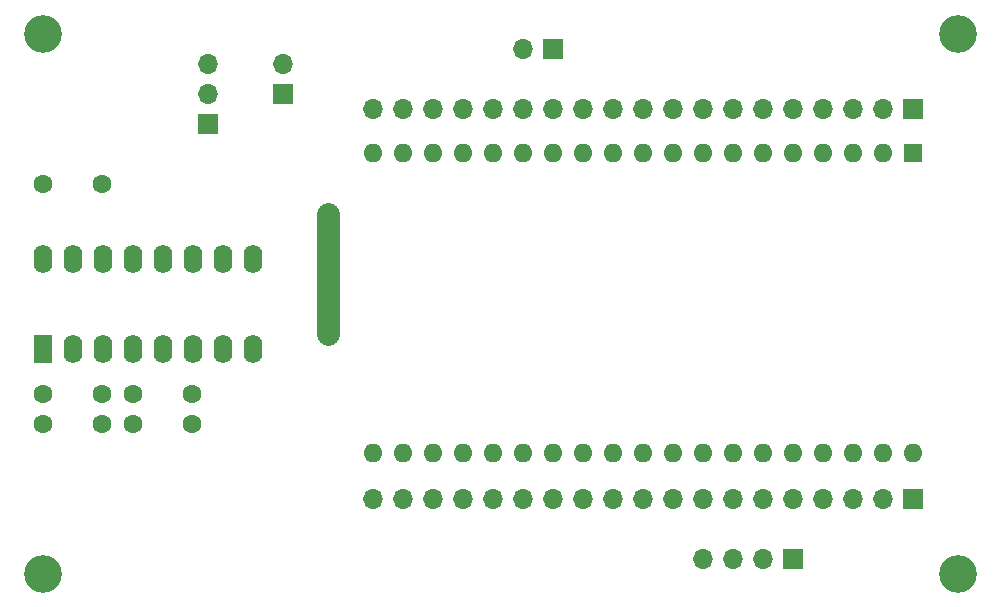
<source format=gbr>
G04 #@! TF.GenerationSoftware,KiCad,Pcbnew,(5.1.4)-1*
G04 #@! TF.CreationDate,2020-07-10T19:03:40+02:00*
G04 #@! TF.ProjectId,receiver,72656365-6976-4657-922e-6b696361645f,rev?*
G04 #@! TF.SameCoordinates,Original*
G04 #@! TF.FileFunction,Copper,L1,Top*
G04 #@! TF.FilePolarity,Positive*
%FSLAX46Y46*%
G04 Gerber Fmt 4.6, Leading zero omitted, Abs format (unit mm)*
G04 Created by KiCad (PCBNEW (5.1.4)-1) date 2020-07-10 19:03:40*
%MOMM*%
%LPD*%
G04 APERTURE LIST*
%ADD10O,1.600000X1.600000*%
%ADD11R,1.600000X1.600000*%
%ADD12O,1.700000X1.700000*%
%ADD13R,1.700000X1.700000*%
%ADD14O,1.600000X2.400000*%
%ADD15R,1.600000X2.400000*%
%ADD16C,1.600000*%
%ADD17C,3.200000*%
%ADD18C,1.950000*%
G04 APERTURE END LIST*
D10*
X100330000Y-90080000D03*
X100330000Y-64680000D03*
X146050000Y-90080000D03*
X102870000Y-64680000D03*
X143510000Y-90080000D03*
X105410000Y-64680000D03*
X140970000Y-90080000D03*
X107950000Y-64680000D03*
X138430000Y-90080000D03*
X110490000Y-64680000D03*
X135890000Y-90080000D03*
X113030000Y-64680000D03*
X133350000Y-90080000D03*
X115570000Y-64680000D03*
X130810000Y-90080000D03*
X118110000Y-64680000D03*
X128270000Y-90080000D03*
X120650000Y-64680000D03*
X125730000Y-90080000D03*
X123190000Y-64680000D03*
X123190000Y-90080000D03*
X125730000Y-64680000D03*
X120650000Y-90080000D03*
X128270000Y-64680000D03*
X118110000Y-90080000D03*
X130810000Y-64680000D03*
X115570000Y-90080000D03*
X133350000Y-64680000D03*
X113030000Y-90080000D03*
X135890000Y-64680000D03*
X110490000Y-90080000D03*
X138430000Y-64680000D03*
X107950000Y-90080000D03*
X140970000Y-64680000D03*
X105410000Y-90080000D03*
X143510000Y-64680000D03*
X102870000Y-90080000D03*
D11*
X146050000Y-64680000D03*
D12*
X113030000Y-55880000D03*
D13*
X115570000Y-55880000D03*
D14*
X72390000Y-73660000D03*
X90170000Y-81280000D03*
X74930000Y-73660000D03*
X87630000Y-81280000D03*
X77470000Y-73660000D03*
X85090000Y-81280000D03*
X80010000Y-73660000D03*
X82550000Y-81280000D03*
X82550000Y-73660000D03*
X80010000Y-81280000D03*
X85090000Y-73660000D03*
X77470000Y-81280000D03*
X87630000Y-73660000D03*
X74930000Y-81280000D03*
X90170000Y-73660000D03*
D15*
X72390000Y-81280000D03*
D12*
X128270000Y-99060000D03*
X130810000Y-99060000D03*
X133350000Y-99060000D03*
D13*
X135890000Y-99060000D03*
D12*
X92710000Y-57150000D03*
D13*
X92710000Y-59690000D03*
D12*
X100330000Y-60960000D03*
X102870000Y-60960000D03*
X105410000Y-60960000D03*
X107950000Y-60960000D03*
X110490000Y-60960000D03*
X113030000Y-60960000D03*
X115570000Y-60960000D03*
X118110000Y-60960000D03*
X120650000Y-60960000D03*
X123190000Y-60960000D03*
X125730000Y-60960000D03*
X128270000Y-60960000D03*
X130810000Y-60960000D03*
X133350000Y-60960000D03*
X135890000Y-60960000D03*
X138430000Y-60960000D03*
X140970000Y-60960000D03*
X143510000Y-60960000D03*
D13*
X146050000Y-60960000D03*
D12*
X86360000Y-57150000D03*
X86360000Y-59690000D03*
D13*
X86360000Y-62230000D03*
D16*
X77390000Y-85090000D03*
X72390000Y-85090000D03*
X77390000Y-67310000D03*
X72390000Y-67310000D03*
X80010000Y-87630000D03*
X85010000Y-87630000D03*
X72390000Y-87630000D03*
X77390000Y-87630000D03*
X85010000Y-85090000D03*
X80010000Y-85090000D03*
D12*
X100330000Y-93980000D03*
X102870000Y-93980000D03*
X105410000Y-93980000D03*
X107950000Y-93980000D03*
X110490000Y-93980000D03*
X113030000Y-93980000D03*
X115570000Y-93980000D03*
X118110000Y-93980000D03*
X120650000Y-93980000D03*
X123190000Y-93980000D03*
X125730000Y-93980000D03*
X128270000Y-93980000D03*
X130810000Y-93980000D03*
X133350000Y-93980000D03*
X135890000Y-93980000D03*
X138430000Y-93980000D03*
X140970000Y-93980000D03*
X143510000Y-93980000D03*
D13*
X146050000Y-93980000D03*
D17*
X149860000Y-100330000D03*
X149860000Y-54610000D03*
X72390000Y-100330000D03*
X72390000Y-54610000D03*
D16*
X96520000Y-80010000D03*
X96520000Y-69850000D03*
D18*
X96520000Y-80010000D02*
X96520000Y-69850000D01*
M02*

</source>
